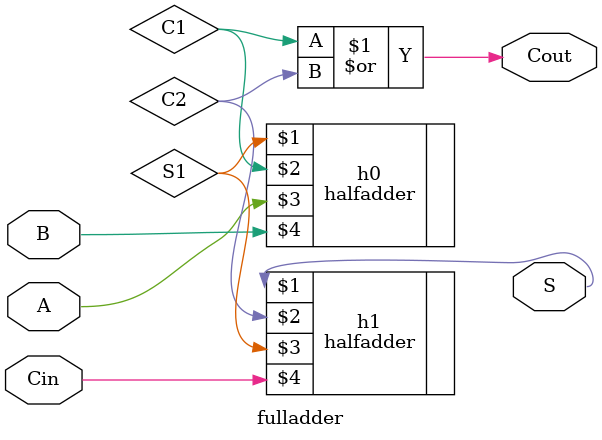
<source format=v>
module fulladder(S, Cout, A, B, Cin);
	output S, Cout;
	input A, B, Cin;
	wire S1, C1, C2;
	halfadder h0(S1, C1, A, B);	
	halfadder h1(S, C2, S1, Cin);
	or o0(Cout, C1, C2);

endmodule

</source>
